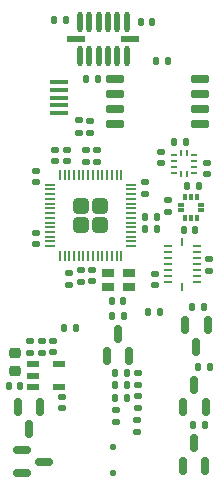
<source format=gbr>
%TF.GenerationSoftware,KiCad,Pcbnew,8.0.0*%
%TF.CreationDate,2024-09-27T20:32:54-07:00*%
%TF.ProjectId,lyrav3r2,6c797261-7633-4723-922e-6b696361645f,rev?*%
%TF.SameCoordinates,Original*%
%TF.FileFunction,Paste,Bot*%
%TF.FilePolarity,Positive*%
%FSLAX46Y46*%
G04 Gerber Fmt 4.6, Leading zero omitted, Abs format (unit mm)*
G04 Created by KiCad (PCBNEW 8.0.0) date 2024-09-27 20:32:54*
%MOMM*%
%LPD*%
G01*
G04 APERTURE LIST*
G04 Aperture macros list*
%AMRoundRect*
0 Rectangle with rounded corners*
0 $1 Rounding radius*
0 $2 $3 $4 $5 $6 $7 $8 $9 X,Y pos of 4 corners*
0 Add a 4 corners polygon primitive as box body*
4,1,4,$2,$3,$4,$5,$6,$7,$8,$9,$2,$3,0*
0 Add four circle primitives for the rounded corners*
1,1,$1+$1,$2,$3*
1,1,$1+$1,$4,$5*
1,1,$1+$1,$6,$7*
1,1,$1+$1,$8,$9*
0 Add four rect primitives between the rounded corners*
20,1,$1+$1,$2,$3,$4,$5,0*
20,1,$1+$1,$4,$5,$6,$7,0*
20,1,$1+$1,$6,$7,$8,$9,0*
20,1,$1+$1,$8,$9,$2,$3,0*%
G04 Aperture macros list end*
%ADD10RoundRect,0.135000X0.185000X-0.135000X0.185000X0.135000X-0.185000X0.135000X-0.185000X-0.135000X0*%
%ADD11RoundRect,0.140000X-0.170000X0.140000X-0.170000X-0.140000X0.170000X-0.140000X0.170000X0.140000X0*%
%ADD12RoundRect,0.140000X0.170000X-0.140000X0.170000X0.140000X-0.170000X0.140000X-0.170000X-0.140000X0*%
%ADD13RoundRect,0.135000X-0.135000X-0.185000X0.135000X-0.185000X0.135000X0.185000X-0.135000X0.185000X0*%
%ADD14RoundRect,0.150000X0.150000X-0.587500X0.150000X0.587500X-0.150000X0.587500X-0.150000X-0.587500X0*%
%ADD15RoundRect,0.135000X0.135000X0.185000X-0.135000X0.185000X-0.135000X-0.185000X0.135000X-0.185000X0*%
%ADD16R,0.500000X0.300000*%
%ADD17R,0.300000X0.500000*%
%ADD18RoundRect,0.135000X-0.185000X0.135000X-0.185000X-0.135000X0.185000X-0.135000X0.185000X0.135000X0*%
%ADD19RoundRect,0.150000X0.650000X0.150000X-0.650000X0.150000X-0.650000X-0.150000X0.650000X-0.150000X0*%
%ADD20RoundRect,0.140000X-0.140000X-0.170000X0.140000X-0.170000X0.140000X0.170000X-0.140000X0.170000X0*%
%ADD21RoundRect,0.125000X-0.125000X0.125000X-0.125000X-0.125000X0.125000X-0.125000X0.125000X0.125000X0*%
%ADD22R,1.000000X0.800000*%
%ADD23RoundRect,0.050000X0.050000X0.387500X-0.050000X0.387500X-0.050000X-0.387500X0.050000X-0.387500X0*%
%ADD24RoundRect,0.050000X0.387500X0.050000X-0.387500X0.050000X-0.387500X-0.050000X0.387500X-0.050000X0*%
%ADD25RoundRect,0.249999X0.395001X0.395001X-0.395001X0.395001X-0.395001X-0.395001X0.395001X-0.395001X0*%
%ADD26RoundRect,0.150000X-0.150000X0.587500X-0.150000X-0.587500X0.150000X-0.587500X0.150000X0.587500X0*%
%ADD27RoundRect,0.225000X-0.250000X0.225000X-0.250000X-0.225000X0.250000X-0.225000X0.250000X0.225000X0*%
%ADD28R,0.800000X0.250000*%
%ADD29R,0.250000X0.800000*%
%ADD30RoundRect,0.140000X0.140000X0.170000X-0.140000X0.170000X-0.140000X-0.170000X0.140000X-0.170000X0*%
%ADD31R,1.600000X0.400000*%
%ADD32R,1.550000X0.600000*%
%ADD33O,0.450000X1.770000*%
%ADD34R,1.000000X0.600000*%
%ADD35R,0.500000X0.280000*%
%ADD36R,0.280000X0.500000*%
%ADD37RoundRect,0.150000X-0.587500X-0.150000X0.587500X-0.150000X0.587500X0.150000X-0.587500X0.150000X0*%
G04 APERTURE END LIST*
D10*
%TO.C,R18*%
X6458800Y29583000D03*
X6458800Y30603000D03*
%TD*%
D11*
%TO.C,C3*%
X4274400Y11929400D03*
X4274400Y10969400D03*
%TD*%
D12*
%TO.C,C18*%
X5417600Y28134400D03*
X5417600Y27174400D03*
%TD*%
D13*
%TO.C,R28*%
X13064800Y22422200D03*
X12044800Y22422200D03*
%TD*%
D14*
%TO.C,Q4*%
X10721000Y10662000D03*
X8821000Y10662000D03*
X9771000Y12537000D03*
%TD*%
D10*
%TO.C,R2*%
X2344000Y10914000D03*
X2344000Y11934000D03*
%TD*%
D15*
%TO.C,R13*%
X16620800Y25063800D03*
X15600800Y25063800D03*
%TD*%
%TO.C,R3*%
X6181400Y13075000D03*
X5161400Y13075000D03*
%TD*%
D12*
%TO.C,C24*%
X7043200Y28086200D03*
X7043200Y27126200D03*
%TD*%
%TO.C,C1*%
X17507800Y17901000D03*
X17507800Y18861000D03*
%TD*%
D14*
%TO.C,Q9*%
X17152200Y1391000D03*
X15252200Y1391000D03*
X16202200Y3266000D03*
%TD*%
D12*
%TO.C,C12*%
X17330000Y26031600D03*
X17330000Y26991600D03*
%TD*%
D16*
%TO.C,U3*%
X15063000Y22985000D03*
X15063000Y23485000D03*
D17*
X15433000Y24105000D03*
X15933000Y24105000D03*
X16433000Y24105000D03*
D16*
X16803000Y23485000D03*
X16803000Y22985000D03*
D17*
X16433000Y22365000D03*
X15933000Y22365000D03*
X15433000Y22365000D03*
%TD*%
D18*
%TO.C,R15*%
X7424000Y30552200D03*
X7424000Y29532200D03*
%TD*%
D19*
%TO.C,U9*%
X16713600Y34157000D03*
X16713600Y32887000D03*
X16713600Y31617000D03*
X16713600Y30347000D03*
X9513600Y30347000D03*
X9513600Y31617000D03*
X9513600Y32887000D03*
X9513600Y34157000D03*
%TD*%
D18*
%TO.C,R20*%
X11437200Y7260400D03*
X11437200Y6240400D03*
%TD*%
D10*
%TO.C,R16*%
X14028000Y22852000D03*
X14028000Y23872000D03*
%TD*%
D12*
%TO.C,C21*%
X4427000Y28111600D03*
X4427000Y27151600D03*
%TD*%
D10*
%TO.C,R1*%
X5620600Y17725200D03*
X5620600Y16705200D03*
%TD*%
D20*
%TO.C,C4*%
X15326000Y21355400D03*
X16286000Y21355400D03*
%TD*%
D21*
%TO.C,D1*%
X9329000Y2987200D03*
X9329000Y787200D03*
%TD*%
D18*
%TO.C,R24*%
X11462600Y9190800D03*
X11462600Y8170800D03*
%TD*%
D14*
%TO.C,Q5*%
X17172600Y6318600D03*
X15272600Y6318600D03*
X16222600Y8193600D03*
%TD*%
D13*
%TO.C,R17*%
X9479400Y9188800D03*
X10499400Y9188800D03*
%TD*%
D15*
%TO.C,R21*%
X10499400Y7106000D03*
X9479400Y7106000D03*
%TD*%
D11*
%TO.C,C23*%
X7573800Y16991800D03*
X7573800Y17951800D03*
%TD*%
D22*
%TO.C,X2*%
X10693400Y16529400D03*
X8893400Y16529400D03*
X8893400Y17729400D03*
X10693400Y17729400D03*
%TD*%
D11*
%TO.C,C17*%
X6611200Y16966400D03*
X6611200Y17926400D03*
%TD*%
%TO.C,C2*%
X12885000Y17616400D03*
X12885000Y16656400D03*
%TD*%
D12*
%TO.C,C16*%
X8008400Y28083600D03*
X8008400Y27123600D03*
%TD*%
D23*
%TO.C,U8*%
X10036800Y25999300D03*
X9636800Y25999300D03*
X9236800Y25999300D03*
X8836800Y25999300D03*
X8436800Y25999300D03*
X8036800Y25999300D03*
X7636800Y25999300D03*
X7236800Y25999300D03*
X6836800Y25999300D03*
X6436800Y25999300D03*
X6036800Y25999300D03*
X5636800Y25999300D03*
X5236800Y25999300D03*
X4836800Y25999300D03*
D24*
X3999300Y25161800D03*
X3999300Y24761800D03*
X3999300Y24361800D03*
X3999300Y23961800D03*
X3999300Y23561800D03*
X3999300Y23161800D03*
X3999300Y22761800D03*
X3999300Y22361800D03*
X3999300Y21961800D03*
X3999300Y21561800D03*
X3999300Y21161800D03*
X3999300Y20761800D03*
X3999300Y20361800D03*
X3999300Y19961800D03*
D23*
X4836800Y19124300D03*
X5236800Y19124300D03*
X5636800Y19124300D03*
X6036800Y19124300D03*
X6436800Y19124300D03*
X6836800Y19124300D03*
X7236800Y19124300D03*
X7636800Y19124300D03*
X8036800Y19124300D03*
X8436800Y19124300D03*
X8836800Y19124300D03*
X9236800Y19124300D03*
X9636800Y19124300D03*
X10036800Y19124300D03*
D24*
X10874300Y19961800D03*
X10874300Y20361800D03*
X10874300Y20761800D03*
X10874300Y21161800D03*
X10874300Y21561800D03*
X10874300Y21961800D03*
X10874300Y22361800D03*
X10874300Y22761800D03*
X10874300Y23161800D03*
X10874300Y23561800D03*
X10874300Y23961800D03*
X10874300Y24361800D03*
X10874300Y24761800D03*
X10874300Y25161800D03*
D25*
X6636800Y23361800D03*
X6636800Y21761800D03*
X8236800Y23361800D03*
X8236800Y21761800D03*
%TD*%
D15*
%TO.C,R10*%
X17052600Y14802200D03*
X16032600Y14802200D03*
%TD*%
D26*
%TO.C,Q2*%
X15440200Y13299000D03*
X17340200Y13299000D03*
X16390200Y11424000D03*
%TD*%
D15*
%TO.C,R26*%
X12273400Y14421200D03*
X13293400Y14421200D03*
%TD*%
%TO.C,R27*%
X10245400Y14040200D03*
X9225400Y14040200D03*
%TD*%
D27*
%TO.C,C7*%
X1074000Y10916600D03*
X1074000Y9366600D03*
%TD*%
D15*
%TO.C,R25*%
X10499400Y8172800D03*
X9479400Y8172800D03*
%TD*%
D28*
%TO.C,U2*%
X16421800Y16934400D03*
X16421800Y17434400D03*
X16421800Y17934400D03*
X16421800Y18434400D03*
X16421800Y18934400D03*
X16421800Y19434400D03*
X16421800Y19934400D03*
D29*
X15221800Y20344400D03*
D28*
X14021800Y19934400D03*
X14021800Y19434400D03*
X14021800Y18934400D03*
X14021800Y18434400D03*
X14021800Y17934400D03*
X14021800Y17434400D03*
X14021800Y16934400D03*
D29*
X15221800Y16524400D03*
%TD*%
D13*
%TO.C,R12*%
X16134200Y4794600D03*
X17154200Y4794600D03*
%TD*%
D30*
%TO.C,C9*%
X15498600Y28797600D03*
X14538600Y28797600D03*
%TD*%
%TO.C,C13*%
X10190000Y15284800D03*
X9230000Y15284800D03*
%TD*%
D11*
%TO.C,C25*%
X12049600Y24406000D03*
X12049600Y25366000D03*
%TD*%
%TO.C,C19*%
X2801200Y20113400D03*
X2801200Y21073400D03*
%TD*%
D30*
%TO.C,C50*%
X5338600Y39084600D03*
X4378600Y39084600D03*
%TD*%
D11*
%TO.C,C8*%
X13418400Y27956800D03*
X13418400Y26996800D03*
%TD*%
D31*
%TO.C,J7*%
X4772900Y31231200D03*
X4772900Y31881200D03*
X4772900Y32531200D03*
X4772900Y33181200D03*
X4782900Y33831200D03*
%TD*%
D20*
%TO.C,C26*%
X13034800Y21406200D03*
X12074800Y21406200D03*
%TD*%
D32*
%TO.C,U5*%
X6219800Y37513000D03*
D33*
X6519800Y36103000D03*
X7319800Y36103000D03*
X8119800Y36103000D03*
X8919800Y36103000D03*
X9719800Y36103000D03*
X10519800Y36103000D03*
D32*
X10819800Y37513000D03*
D33*
X10519800Y38923000D03*
X9719800Y38923000D03*
X8919800Y38923000D03*
X8119800Y38923000D03*
X7319800Y38923000D03*
X6519800Y38923000D03*
%TD*%
D10*
%TO.C,R23*%
X9557600Y5046600D03*
X9557600Y6066600D03*
%TD*%
D20*
%TO.C,C32*%
X11693800Y38955000D03*
X12653800Y38955000D03*
%TD*%
D26*
%TO.C,Q3*%
X1267000Y6341700D03*
X3167000Y6341700D03*
X2217000Y4466700D03*
%TD*%
D18*
%TO.C,R22*%
X11411800Y5253800D03*
X11411800Y4233800D03*
%TD*%
D12*
%TO.C,C22*%
X2801200Y25396600D03*
X2801200Y26356600D03*
%TD*%
D34*
%TO.C,U6*%
X2564800Y8054800D03*
X2564800Y9004800D03*
X2564800Y9954800D03*
X4764800Y9954800D03*
X4764800Y8054800D03*
%TD*%
D35*
%TO.C,U4*%
X14468800Y26193400D03*
X14468800Y26693400D03*
X14468800Y27193400D03*
X14468800Y27693400D03*
D36*
X15098800Y27823400D03*
X15598800Y27823400D03*
D35*
X16228800Y27693400D03*
X16228800Y27193400D03*
X16228800Y26693400D03*
X16228800Y26193400D03*
D36*
X15598800Y26063400D03*
X15098800Y26063400D03*
%TD*%
D30*
%TO.C,C6*%
X1452400Y8122000D03*
X492400Y8122000D03*
%TD*%
%TO.C,C27*%
X8031000Y34131600D03*
X7071000Y34131600D03*
%TD*%
D13*
%TO.C,R11*%
X16515200Y9696800D03*
X17535200Y9696800D03*
%TD*%
D37*
%TO.C,Q1*%
X1635100Y771200D03*
X1635100Y2671200D03*
X3510100Y1721200D03*
%TD*%
D15*
%TO.C,R14*%
X14004600Y35655600D03*
X12984600Y35655600D03*
%TD*%
D11*
%TO.C,C5*%
X5061800Y7179600D03*
X5061800Y6219600D03*
%TD*%
D18*
%TO.C,R4*%
X3309200Y11934000D03*
X3309200Y10914000D03*
%TD*%
M02*

</source>
